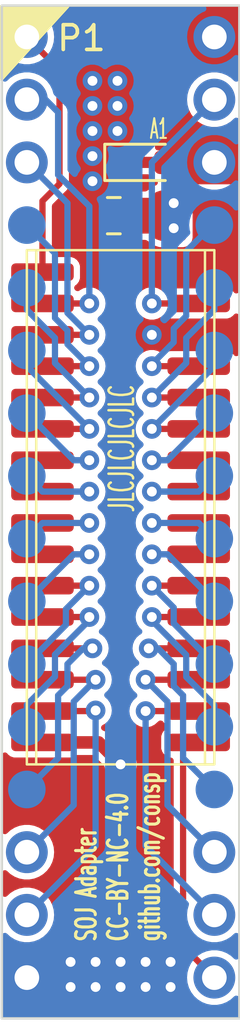
<source format=kicad_pcb>
(kicad_pcb (version 20221018) (generator pcbnew)
  (layers (0 "F.Cu" signal) (1 "In1.Cu" signal) (2 "In2.Cu" signal) (31 "B.Cu" signal) (34 "B.Paste" user) (35 "F.Paste" user) (36 "B.SilkS" user "B.Silkscreen") (37 "F.SilkS" user "F.Silkscreen") (38 "B.Mask" user) (39 "F.Mask" user) (44 "Edge.Cuts" user))
  (net 0 "")
  (net 1 "GND")
  (net 2 "Net-(J1-A17)")
  (net 3 "Net-(J1-A16)")
  (net 4 "Net-(J1-A14)")
  (net 5 "Net-(J1-A12)")
  (net 6 "Net-(J1-A7)")
  (net 7 "Net-(J1-A6)")
  (net 8 "Net-(J1-A5)")
  (net 9 "Net-(J1-A4)")
  (net 10 "Net-(J1-A3)")
  (net 11 "Net-(J1-A2)")
  (net 12 "Net-(J1-A1)")
  (net 13 "Net-(J1-A0)")
  (net 14 "Net-(J1-I{slash}O0)")
  (net 15 "Net-(J1-I{slash}O1)")
  (net 16 "Net-(J1-I{slash}O2)")
  (net 17 "Net-(J1-I{slash}O3)")
  (net 18 "Net-(J1-I{slash}O4)")
  (net 19 "Net-(J1-I{slash}O5)")
  (net 20 "Net-(J1-I{slash}O6)")
  (net 21 "Net-(J1-I{slash}O7)")
  (net 22 "Net-(J1-~{CE1})")
  (net 23 "Net-(J1-A10)")
  (net 24 "VCC")
  (net 25 "Net-(J1-A11)")
  (net 26 "Net-(J1-A9)")
  (net 27 "Net-(J1-A8)")
  (net 28 "Net-(J1-A13)")
  (net 29 "Net-(J1-A15)")
  (net 30 "+5V")
  (net 31 "Net-(J1-~{OE})")
  (net 32 "Net-(J1-~{WE})")
  (footprint "Capacitor_SMD:C_0805_2012Metric_Pad1.18x1.45mm_HandSolder" (layer "F.Cu") (at 107.8015 83.693)
    (fp_text reference "C1" hide)
    (fp_text value "10nF")
    (fp_line (start -0.261252 -0.735) (end 0.261252 -0.735) (stroke (width 0.12)) (layer "F.SilkS"))
    (fp_line (start -0.261252 0.735) (end 0.261252 0.735) (stroke (width 0.12)) (layer "F.SilkS"))
    (pad "1" smd roundrect (at -1.0375 0) (size 1.175 1.45) (layers "F.Cu" "F.Paste" "F.Mask") (roundrect_rratio 0.2127659574) (net 24 "VCC"))
    (pad "2" smd roundrect (at 1.0375 0) (size 1.175 1.45) (layers "F.Cu" "F.Paste" "F.Mask") (roundrect_rratio 0.2127659574) (net 1 "GND"))
  )
  (footprint "soj32:SOJ-32" (layer "F.Cu") (at 108.077 108.204)
    (fp_text reference "J1" hide)
    (fp_text value "628128_SRAM_PDIP" hide)
    (fp_line (start -3.81 -23.114) (end -3.81 -22.86) (stroke (width 0.1)) (layer "F.SilkS"))
    (fp_line (start -3.81 -2.54) (end -3.81 -22.86) (stroke (width 0.1)) (layer "F.SilkS"))
    (fp_line (start -3.81 -2.54) (end -3.81 -2.286) (stroke (width 0.1)) (layer "F.SilkS"))
    (fp_line (start -3.81 -2.286) (end 3.81 -2.286) (stroke (width 0.1)) (layer "F.SilkS"))
    (fp_line (start -3.429 -22.225) (end -3.429 -23.114) (stroke (width 0.1)) (layer "F.SilkS"))
    (fp_line (start -3.429 -2.286) (end -3.429 -22.225) (stroke (width 0.1)) (layer "F.SilkS"))
    (fp_line (start 3.429 -22.225) (end 3.429 -23.114) (stroke (width 0.1)) (layer "F.SilkS"))
    (fp_line (start 3.429 -22.225) (end 3.429 -2.286) (stroke (width 0.1)) (layer "F.SilkS"))
    (fp_line (start 3.81 -23.114) (end -3.81 -23.114) (stroke (width 0.1)) (layer "F.SilkS"))
    (fp_line (start 3.81 -22.86) (end 3.81 -23.114) (stroke (width 0.1)) (layer "F.SilkS"))
    (fp_line (start 3.81 -22.86) (end 3.81 -2.54) (stroke (width 0.1)) (layer "F.SilkS"))
    (fp_line (start 3.81 -2.286) (end 3.81 -2.54) (stroke (width 0.1)) (layer "F.SilkS"))
    (pad "1" smd roundrect (at -3.175 -22.225) (size 2.54 0.7112) (layers "F.Cu" "F.Paste" "F.Mask") (net 2 "Net-(J1-A17)"))
    (pad "2" smd roundrect (at -3.175 -20.955) (size 2.54 0.7112) (layers "F.Cu" "F.Paste" "F.Mask") (net 3 "Net-(J1-A16)"))
    (pad "3" smd roundrect (at -3.175 -19.685) (size 2.54 0.7112) (layers "F.Cu" "F.Paste" "F.Mask") (net 4 "Net-(J1-A14)"))
    (pad "4" smd roundrect (at -3.175 -18.415) (size 2.54 0.7112) (layers "F.Cu" "F.Paste" "F.Mask") (net 5 "Net-(J1-A12)"))
    (pad "5" smd roundrect (at -3.175 -17.145) (size 2.54 0.7112) (layers "F.Cu" "F.Paste" "F.Mask") (net 6 "Net-(J1-A7)"))
    (pad "6" smd roundrect (at -3.175 -15.875) (size 2.54 0.7112) (layers "F.Cu" "F.Paste" "F.Mask") (net 7 "Net-(J1-A6)"))
    (pad "7" smd roundrect (at -3.175 -14.605) (size 2.54 0.7112) (layers "F.Cu" "F.Paste" "F.Mask") (net 8 "Net-(J1-A5)"))
    (pad "8" smd roundrect (at -3.175 -13.335) (size 2.54 0.7112) (layers "F.Cu" "F.Paste" "F.Mask") (net 9 "Net-(J1-A4)"))
    (pad "9" smd roundrect (at -3.175 -12.065) (size 2.54 0.7112) (layers "F.Cu" "F.Paste" "F.Mask") (net 10 "Net-(J1-A3)"))
    (pad "10" smd roundrect (at -3.175 -10.795) (size 2.54 0.7112) (layers "F.Cu" "F.Paste" "F.Mask") (net 11 "Net-(J1-A2)"))
    (pad "11" smd roundrect (at -3.175 -9.525) (size 2.54 0.7112) (layers "F.Cu" "F.Paste" "F.Mask") (net 12 "Net-(J1-A1)"))
    (pad "12" smd roundrect (at -3.175 -8.255) (size 2.54 0.7112) (layers "F.Cu" "F.Paste" "F.Mask") (net 13 "Net-(J1-A0)"))
    (pad "13" smd roundrect (at -3.175 -6.985) (size 2.54 0.7112) (layers "F.Cu" "F.Paste" "F.Mask") (net 14 "Net-(J1-I{slash}O0)"))
    (pad "14" smd roundrect (at -3.175 -5.715) (size 2.54 0.7112) (layers "F.Cu" "F.Paste" "F.Mask") (net 15 "Net-(J1-I{slash}O1)"))
    (pad "15" smd roundrect (at -3.175 -4.445) (size 2.54 0.7112) (layers "F.Cu" "F.Paste" "F.Mask") (net 16 "Net-(J1-I{slash}O2)"))
    (pad "16" smd roundrect (at -3.175 -3.175) (size 2.54 0.7112) (layers "F.Cu" "F.Paste" "F.Mask") (net 1 "GND"))
    (pad "17" smd roundrect (at 3.175 -3.175) (size 2.54 0.7112) (layers "F.Cu" "F.Paste" "F.Mask") (net 17 "Net-(J1-I{slash}O3)"))
    (pad "18" smd roundrect (at 3.175 -4.445) (size 2.54 0.7112) (layers "F.Cu" "F.Paste" "F.Mask") (net 18 "Net-(J1-I{slash}O4)"))
    (pad "19" smd roundrect (at 3.175 -5.715) (size 2.54 0.7112) (layers "F.Cu" "F.Paste" "F.Mask") (net 19 "Net-(J1-I{slash}O5)"))
    (pad "20" smd roundrect (at 3.175 -6.985) (size 2.54 0.7112) (layers "F.Cu" "F.Paste" "F.Mask") (net 20 "Net-(J1-I{slash}O6)"))
    (pad "21" smd roundrect (at 3.175 -8.255) (size 2.54 0.7112) (layers "F.Cu" "F.Paste" "F.Mask") (net 21 "Net-(J1-I{slash}O7)"))
    (pad "22" smd roundrect (at 3.175 -9.525) (size 2.54 0.7112) (layers "F.Cu" "F.Paste" "F.Mask") (net 22 "Net-(J1-~{CE1})"))
    (pad "23" smd roundrect (at 3.175 -10.795) (size 2.54 0.7112) (layers "F.Cu" "F.Paste" "F.Mask") (net 23 "Net-(J1-A10)"))
    (pad "24" smd roundrect (at 3.175 -12.065) (size 2.54 0.7112) (layers "F.Cu" "F.Paste" "F.Mask") (net 31 "Net-(J1-~{OE})"))
    (pad "25" smd roundrect (at 3.175 -13.335) (size 2.54 0.7112) (layers "F.Cu" "F.Paste" "F.Mask") (net 25 "Net-(J1-A11)"))
    (pad "26" smd roundrect (at 3.175 -14.605) (size 2.54 0.7112) (layers "F.Cu" "F.Paste" "F.Mask") (net 26 "Net-(J1-A9)"))
    (pad "27" smd roundrect (at 3.175 -15.875) (size 2.54 0.7112) (layers "F.Cu" "F.Paste" "F.Mask") (net 27 "Net-(J1-A8)"))
    (pad "28" smd roundrect (at 3.175 -17.145) (size 2.54 0.7112) (layers "F.Cu" "F.Paste" "F.Mask") (net 28 "Net-(J1-A13)"))
    (pad "29" smd roundrect (at 3.175 -18.415) (size 2.54 0.7112) (layers "F.Cu" "F.Paste" "F.Mask") (net 32 "Net-(J1-~{WE})"))
    (pad "30" smd roundrect (at 3.175 -19.685) (size 2.54 0.7112) (layers "F.Cu" "F.Paste" "F.Mask") (net 24 "VCC"))
    (pad "31" smd roundrect (at 3.175 -20.955) (size 2.54 0.7112) (layers "F.Cu" "F.Paste" "F.Mask") (net 29 "Net-(J1-A15)"))
    (pad "32" smd roundrect (at 3.175 -22.225) (size 2.54 0.7112) (layers "F.Cu" "F.Paste" "F.Mask") (net 24 "VCC"))
  )
  (footprint "Diode_SMD:D_0603_1608Metric_Pad1.05x0.95mm_HandSolder" (layer "F.Cu") (at 109.093 81.534)
    (fp_text reference "D3" hide)
    (fp_text value "D")
    (fp_line (start -1.66 -0.735) (end -1.66 0.735) (stroke (width 0.12)) (layer "F.SilkS"))
    (fp_line (start -1.66 0.735) (end 0.8 0.735) (stroke (width 0.12)) (layer "F.SilkS"))
    (fp_line (start 0.8 -0.735) (end -1.66 -0.735) (stroke (width 0.12)) (layer "F.SilkS"))
    (pad "1" smd roundrect (at -0.875 0) (size 1.05 0.95) (layers "F.Cu" "F.Paste" "F.Mask") (net 24 "VCC"))
    (pad "2" smd roundrect (at 0.875 0) (size 1.05 0.95) (layers "F.Cu" "F.Paste" "F.Mask") (net 30 "+5V"))
  )
  (footprint "soj32:PDIP-32-Special" (layer "F.Cu") (at 108.077 116.205)
    (fp_text reference "J2" hide)
    (fp_text value "628128_SRAM_PDIP" hide)
    (pad "1" thru_hole circle (at -3.81 -39.751) (size 1.7 1.7) (drill 1) (layers "*.Cu" "*.Mask") (net 2 "Net-(J1-A17)"))
    (pad "2" thru_hole circle (at -3.81 -37.211) (size 1.7 1.7) (drill 1) (layers "*.Cu" "*.Mask") (net 3 "Net-(J1-A16)"))
    (pad "3" thru_hole circle (at -3.81 -34.671) (size 1.7 1.7) (drill 1) (layers "*.Cu" "*.Mask") (net 4 "Net-(J1-A14)"))
    (pad "4" smd circle (at -3.81 -32.131) (size 1.524 1.524) (layers "B.Cu" "B.Paste" "B.Mask") (net 5 "Net-(J1-A12)"))
    (pad "5" smd circle (at -3.81 -29.591) (size 1.524 1.524) (layers "B.Cu" "B.Paste" "B.Mask") (net 6 "Net-(J1-A7)"))
    (pad "6" smd circle (at -3.81 -27.051) (size 1.524 1.524) (layers "B.Cu" "B.Paste" "B.Mask") (net 7 "Net-(J1-A6)"))
    (pad "7" smd circle (at -3.81 -24.511) (size 1.524 1.524) (layers "B.Cu" "B.Paste" "B.Mask") (net 8 "Net-(J1-A5)"))
    (pad "8" smd circle (at -3.81 -21.971) (size 1.524 1.524) (layers "B.Cu" "B.Paste" "B.Mask") (net 9 "Net-(J1-A4)"))
    (pad "9" smd circle (at -3.81 -19.431) (size 1.524 1.524) (layers "B.Cu" "B.Paste" "B.Mask") (net 10 "Net-(J1-A3)"))
    (pad "10" smd circle (at -3.81 -16.891) (size 1.524 1.524) (layers "B.Cu" "B.Paste" "B.Mask") (net 11 "Net-(J1-A2)"))
    (pad "11" smd circle (at -3.81 -14.351) (size 1.524 1.524) (layers "B.Cu" "B.Paste" "B.Mask") (net 12 "Net-(J1-A1)"))
    (pad "12" smd circle (at -3.81 -11.811) (size 1.524 1.524) (layers "B.Cu" "B.Paste" "B.Mask") (net 13 "Net-(J1-A0)"))
    (pad "13" smd circle (at -3.81 -9.271) (size 1.524 1.524) (layers "B.Cu" "B.Paste" "B.Mask") (net 14 "Net-(J1-I{slash}O0)"))
    (pad "14" thru_hole circle (at -3.81 -6.731) (size 1.7 1.7) (drill 1) (layers "*.Cu" "*.Mask") (net 15 "Net-(J1-I{slash}O1)"))
    (pad "15" thru_hole circle (at -3.81 -4.191) (size 1.7 1.7) (drill 1) (layers "*.Cu" "*.Mask") (net 16 "Net-(J1-I{slash}O2)"))
    (pad "16" thru_hole circle (at -3.81 -1.651) (size 1.7 1.7) (drill 1) (layers "*.Cu" "*.Mask") (net 1 "GND"))
    (pad "17" thru_hole circle (at 3.81 -1.651) (size 1.7 1.7) (drill 1) (layers "*.Cu" "*.Mask") (net 17 "Net-(J1-I{slash}O3)"))
    (pad "18" thru_hole circle (at 3.81 -4.191) (size 1.7 1.7) (drill 1) (layers "*.Cu" "*.Mask") (net 18 "Net-(J1-I{slash}O4)"))
    (pad "19" thru_hole circle (at 3.81 -6.731) (size 1.7 1.7) (drill 1) (layers "*.Cu" "*.Mask") (net 19 "Net-(J1-I{slash}O5)"))
    (pad "20" smd circle (at 3.81 -9.271) (size 1.524 1.524) (layers "B.Cu" "B.Paste" "B.Mask") (net 20 "Net-(J1-I{slash}O6)"))
    (pad "21" smd circle (at 3.81 -11.811) (size 1.524 1.524) (layers "B.Cu" "B.Paste" "B.Mask") (net 21 "Net-(J1-I{slash}O7)"))
    (pad "22" smd circle (at 3.81 -14.351) (size 1.524 1.524) (layers "B.Cu" "B.Paste" "B.Mask") (net 22 "Net-(J1-~{CE1})"))
    (pad "23" smd circle (at 3.81 -16.891) (size 1.524 1.524) (layers "B.Cu" "B.Paste" "B.Mask") (net 23 "Net-(J1-A10)"))
    (pad "24" smd circle (at 3.81 -19.431) (size 1.524 1.524) (layers "B.Cu" "B.Paste" "B.Mask") (net 31 "Net-(J1-~{OE})"))
    (pad "25" smd circle (at 3.81 -21.971) (size 1.524 1.524) (layers "B.Cu" "B.Paste" "B.Mask") (net 25 "Net-(J1-A11)"))
    (pad "26" smd circle (at 3.81 -24.511) (size 1.524 1.524) (layers "B.Cu" "B.Paste" "B.Mask") (net 26 "Net-(J1-A9)"))
    (pad "27" smd circle (at 3.81 -27.051) (size 1.524 1.524) (layers "B.Cu" "B.Paste" "B.Mask") (net 27 "Net-(J1-A8)"))
    (pad "28" smd circle (at 3.81 -29.591) (size 1.524 1.524) (layers "B.Cu" "B.Paste" "B.Mask") (net 28 "Net-(J1-A13)"))
    (pad "29" smd circle (at 3.81 -32.131) (size 1.524 1.524) (layers "B.Cu" "B.Paste" "B.Mask") (net 32 "Net-(J1-~{WE})"))
    (pad "30" thru_hole circle (at 3.81 -34.671) (size 1.7 1.7) (drill 1) (layers "*.Cu" "*.Mask") (net 30 "+5V"))
    (pad "31" thru_hole circle (at 3.81 -37.211) (size 1.7 1.7) (drill 1) (layers "*.Cu" "*.Mask") (net 29 "Net-(J1-A15)"))
    (pad "32" thru_hole circle (at 3.81 -39.751) (size 1.7 1.7) (drill 1) (layers "*.Cu" "*.Mask") (net 30 "+5V"))
  )
  (gr_line (start 108.585 81.407) (end 109.601 81.407) (stroke (width 0.2)) (layer "F.Cu"))
  (gr_line (start 108.458 81.534) (end 109.855 81.534) (stroke (width 0.2)) (layer "F.Cu"))
  (gr_line (start 108.712 81.661) (end 109.474 81.661) (stroke (width 0.2)) (layer "F.Cu"))
  (gr_poly (pts (xy 103.251 75.216339) (xy 103.251 78.137339) (xy 105.918 75.216339)) (stroke (width 0.15)) (fill solid) (layer "F.SilkS"))
  (gr_rect (start 103.251 75.184) (end 112.903 116.205) (stroke (width 0.1)) (fill none) (layer "Edge.Cuts"))
  (gr_text "A1" (at 109.22 80.645) (layer "F.SilkS") (effects (font (size 0.8 0.4) (thickness 0.08) bold) (justify left bottom)))
  (gr_text "P1" (at 105.41 77.089) (layer "F.SilkS") (effects (font (size 1 1)) (justify left bottom)))
  (gr_text "JLCJLCJLCJLC" (at 108.712 95.758 90) (layer "F.SilkS") (effects (font (size 1 0.5) (thickness 0.1) bold) (justify left bottom)))
  (gr_text "SOJ Adapter\nCC-BY-NC-4.0\ngithub.com/consp\n" (at 109.728 113.157 90) (layer "F.SilkS") (effects (font (size 0.8 0.5) (thickness 0.125)) (justify left bottom)))
  (segment (start 107.188 105.029) (end 108.077 105.918) (width 0.508) (layer "F.Cu") (net 1))
  (segment (start 104.902 105.029) (end 107.188 105.029) (width 0.508) (layer "F.Cu") (net 1))
  (via (at 110.236 83.185) (size 0.8) (drill 0.4) (layers "F.Cu" "B.Cu") (net 1))
  (via (at 110.109 114.935) (size 0.8) (drill 0.4) (layers "F.Cu" "B.Cu") (net 1))
  (via (at 108.077 114.935) (size 0.8) (drill 0.4) (layers "F.Cu" "B.Cu") (net 1))
  (via (at 108.077 113.919) (size 0.8) (drill 0.4) (layers "F.Cu" "B.Cu") (net 1))
  (via (at 109.093 113.919) (size 0.8) (drill 0.4) (layers "F.Cu" "B.Cu") (net 1))
  (via (at 110.236 84.201) (size 0.8) (drill 0.4) (layers "F.Cu" "B.Cu") (net 1))
  (via (at 106.045 114.935) (size 0.8) (drill 0.4) (layers "F.Cu" "B.Cu") (net 1))
  (via (at 108.077 105.918) (size 0.8) (drill 0.4) (layers "F.Cu" "B.Cu") (net 1))
  (via (at 107.061 113.919) (size 0.8) (drill 0.4) (layers "F.Cu" "B.Cu") (net 1))
  (via (at 106.045 113.919) (size 0.8) (drill 0.4) (layers "F.Cu" "B.Cu") (net 1))
  (via (at 110.109 113.919) (size 0.8) (drill 0.4) (layers "F.Cu" "B.Cu") (net 1))
  (via (at 107.061 114.935) (size 0.8) (drill 0.4) (layers "F.Cu" "B.Cu") (net 1))
  (via (at 109.093 114.935) (size 0.8) (drill 0.4) (layers "F.Cu" "B.Cu") (net 1))
  (segment (start 105.594706 82.4045) (end 104.902 83.097206) (width 0.254) (layer "F.Cu") (net 2))
  (segment (start 104.267 76.454) (end 105.594706 77.781706) (width 0.254) (layer "F.Cu") (net 2))
  (segment (start 104.902 83.097206) (end 104.902 85.979) (width 0.254) (layer "F.Cu") (net 2))
  (segment (start 105.594706 77.781706) (end 105.594706 82.4045) (width 0.254) (layer "F.Cu") (net 2))
  (segment (start 104.902 87.249) (end 106.807 87.249) (width 0.254) (layer "F.Cu") (net 3))
  (via (at 106.807 87.249) (size 0.8) (drill 0.4) (layers "F.Cu" "B.Cu") (net 3))
  (segment (start 105.537 82.042) (end 106.807 83.312) (width 0.254) (layer "B.Cu") (net 3))
  (segment (start 104.267 78.994) (end 105.029 78.994) (width 0.254) (layer "B.Cu") (net 3))
  (segment (start 106.807 83.312) (end 106.807 87.249) (width 0.254) (layer "B.Cu") (net 3))
  (segment (start 105.029 78.994) (end 105.537 79.502) (width 0.254) (layer "B.Cu") (net 3))
  (segment (start 105.537 79.502) (end 105.537 82.042) (width 0.254) (layer "B.Cu") (net 3))
  (segment (start 104.902 88.519) (end 106.807 88.519) (width 0.254) (layer "F.Cu") (net 4))
  (via (at 106.807 88.519) (size 0.8) (drill 0.4) (layers "F.Cu" "B.Cu") (net 4))
  (segment (start 105.918 87.63) (end 105.918 83.185) (width 0.254) (layer "B.Cu") (net 4))
  (segment (start 106.807 88.519) (end 105.918 87.63) (width 0.254) (layer "B.Cu") (net 4))
  (segment (start 105.918 83.185) (end 104.267 81.534) (width 0.254) (layer "B.Cu") (net 4))
  (segment (start 104.902 89.789) (end 106.807 89.789) (width 0.254) (layer "F.Cu") (net 5))
  (via (at 106.807 89.789) (size 0.8) (drill 0.4) (layers "F.Cu" "B.Cu") (net 5))
  (segment (start 105.41 85.217) (end 104.267 84.074) (width 0.25) (layer "B.Cu") (net 5))
  (segment (start 106.809499 89.791499) (end 105.918 88.9) (width 0.25) (layer "B.Cu") (net 5))
  (segment (start 105.918 88.344886) (end 105.41 87.836886) (width 0.25) (layer "B.Cu") (net 5))
  (segment (start 105.41 87.836886) (end 105.41 85.217) (width 0.25) (layer "B.Cu") (net 5))
  (segment (start 105.918 88.9) (end 105.918 88.344886) (width 0.25) (layer "B.Cu") (net 5))
  (segment (start 104.902 91.059) (end 106.807 91.059) (width 0.254) (layer "F.Cu") (net 6))
  (via (at 106.807 91.059) (size 0.8) (drill 0.4) (layers "F.Cu" "B.Cu") (net 6))
  (segment (start 105.41 89.662) (end 105.41 88.646) (width 0.254) (layer "B.Cu") (net 6))
  (segment (start 104.267 87.503) (end 104.267 86.614) (width 0.254) (layer "B.Cu") (net 6))
  (segment (start 106.807 91.059) (end 105.41 89.662) (width 0.254) (layer "B.Cu") (net 6))
  (segment (start 105.41 88.646) (end 104.267 87.503) (width 0.254) (layer "B.Cu") (net 6))
  (segment (start 104.902 92.329) (end 106.807 92.329) (width 0.254) (layer "F.Cu") (net 7))
  (via (at 106.807 92.329) (size 0.8) (drill 0.4) (layers "F.Cu" "B.Cu") (net 7))
  (segment (start 106.807 92.329) (end 104.267 89.789) (width 0.254) (layer "B.Cu") (net 7))
  (segment (start 104.267 89.789) (end 104.267 89.154) (width 0.254) (layer "B.Cu") (net 7))
  (segment (start 104.902 93.599) (end 106.807 93.599) (width 0.254) (layer "F.Cu") (net 8))
  (via (at 106.807 93.599) (size 0.8) (drill 0.4) (layers "F.Cu" "B.Cu") (net 8))
  (segment (start 106.172 93.599) (end 104.267 91.694) (width 0.254) (layer "B.Cu") (net 8))
  (segment (start 106.807 93.599) (end 106.172 93.599) (width 0.254) (layer "B.Cu") (net 8))
  (segment (start 104.902 94.869) (end 106.807 94.869) (width 0.254) (layer "F.Cu") (net 9))
  (via (at 106.807 94.869) (size 0.8) (drill 0.4) (layers "F.Cu" "B.Cu") (net 9))
  (segment (start 106.807 94.869) (end 104.902 94.869) (width 0.254) (layer "B.Cu") (net 9))
  (segment (start 104.902 94.869) (end 104.267 94.234) (width 0.254) (layer "B.Cu") (net 9))
  (segment (start 104.902 96.139) (end 106.807 96.139) (width 0.254) (layer "F.Cu") (net 10))
  (via (at 106.807 96.139) (size 0.8) (drill 0.4) (layers "F.Cu" "B.Cu") (net 10))
  (segment (start 104.902 96.139) (end 104.267 96.774) (width 0.25) (layer "B.Cu") (net 10))
  (segment (start 106.807 96.139) (end 104.902 96.139) (width 0.25) (layer "B.Cu") (net 10))
  (segment (start 104.902 97.409) (end 106.807 97.409) (width 0.254) (layer "F.Cu") (net 11))
  (via (at 106.807 97.409) (size 0.8) (drill 0.4) (layers "F.Cu" "B.Cu") (net 11))
  (segment (start 106.172 97.409) (end 106.807 97.409) (width 0.254) (layer "B.Cu") (net 11))
  (segment (start 104.267 99.314) (end 106.172 97.409) (width 0.254) (layer "B.Cu") (net 11))
  (segment (start 104.902 98.679) (end 106.807 98.679) (width 0.254) (layer "F.Cu") (net 12))
  (via (at 106.807 98.679) (size 0.8) (drill 0.4) (layers "F.Cu" "B.Cu") (net 12))
  (segment (start 105.8545 99.6315) (end 105.8545 100.2665) (width 0.254) (layer "B.Cu") (net 12))
  (segment (start 106.7435 98.7425) (end 105.8545 99.6315) (width 0.254) (layer "B.Cu") (net 12))
  (segment (start 105.8545 100.2665) (end 104.2035 101.9175) (width 0.254) (layer "B.Cu") (net 12))
  (segment (start 104.902 99.949) (end 106.807 99.949) (width 0.254) (layer "F.Cu") (net 13))
  (via (at 106.807 99.949) (size 0.8) (drill 0.4) (layers "F.Cu" "B.Cu") (net 13))
  (segment (start 104.267 103.505) (end 104.267 104.394) (width 0.254) (layer "B.Cu") (net 13))
  (segment (start 105.41 102.362) (end 104.267 103.505) (width 0.254) (layer "B.Cu") (net 13))
  (segment (start 105.41 101.473) (end 105.41 102.362) (width 0.254) (layer "B.Cu") (net 13))
  (segment (start 106.807 100.076) (end 105.41 101.473) (width 0.254) (layer "B.Cu") (net 13))
  (segment (start 104.902 101.219) (end 106.807 101.219) (width 0.254) (layer "F.Cu") (net 14))
  (via (at 106.934 101.219) (size 0.8) (drill 0.4) (layers "F.Cu" "B.Cu") (net 14))
  (segment (start 105.918 101.854) (end 106.553 101.219) (width 0.254) (layer "B.Cu") (net 14))
  (segment (start 105.918 102.743) (end 105.918 101.854) (width 0.254) (layer "B.Cu") (net 14))
  (segment (start 106.934 101.219) (end 106.553 101.219) (width 0.254) (layer "B.Cu") (net 14))
  (segment (start 105.537 105.664) (end 105.537 103.124) (width 0.254) (layer "B.Cu") (net 14))
  (segment (start 104.267 106.934) (end 105.537 105.664) (width 0.254) (layer "B.Cu") (net 14))
  (segment (start 105.537 103.124) (end 105.918 102.743) (width 0.254) (layer "B.Cu") (net 14))
  (segment (start 104.902 102.489) (end 106.807 102.489) (width 0.254) (layer "F.Cu") (net 15))
  (via (at 107.061 102.489) (size 0.8) (drill 0.4) (layers "F.Cu" "B.Cu") (net 15))
  (segment (start 106.172 107.569) (end 106.172 103.378) (width 0.254) (layer "B.Cu") (net 15))
  (segment (start 106.172 103.378) (end 107.061 102.489) (width 0.254) (layer "B.Cu") (net 15))
  (segment (start 104.267 109.474) (end 106.172 107.569) (width 0.254) (layer "B.Cu") (net 15))
  (segment (start 104.902 103.759) (end 107.315 103.759) (width 0.254) (layer "F.Cu") (net 16))
  (via (at 107.061 103.7336) (size 0.8) (drill 0.4) (layers "F.Cu" "B.Cu") (net 16))
  (segment (start 107.061 103.759) (end 107.061 109.22) (width 0.254) (layer "B.Cu") (net 16))
  (segment (start 107.061 109.22) (end 104.267 112.014) (width 0.254) (layer "B.Cu") (net 16))
  (segment (start 111.887 114.554) (end 110.617 113.284) (width 0.254) (layer "F.Cu") (net 17))
  (segment (start 111.252 105.029) (end 110.744 105.029) (width 0.254) (layer "F.Cu") (net 17))
  (segment (start 110.617 113.284) (end 110.617 105.156) (width 0.254) (layer "F.Cu") (net 17))
  (segment (start 109.093 103.759) (end 111.252 103.759) (width 0.254) (layer "F.Cu") (net 18))
  (via (at 109.093 103.759) (size 0.8) (drill 0.4) (layers "F.Cu" "B.Cu") (net 18))
  (segment (start 109.093 103.759) (end 109.093 109.22) (width 0.254) (layer "B.Cu") (net 18))
  (segment (start 109.093 109.22) (end 111.887 112.014) (width 0.254) (layer "B.Cu") (net 18))
  (segment (start 111.252 102.489) (end 109.201999 102.489) (width 0.254) (layer "F.Cu") (net 19))
  (via (at 109.093 102.489) (size 0.8) (drill 0.4) (layers "F.Cu" "B.Cu") (net 19))
  (segment (start 111.887 109.474) (end 109.982 107.569) (width 0.254) (layer "B.Cu") (net 19))
  (segment (start 109.982 107.569) (end 109.982 103.378) (width 0.254) (layer "B.Cu") (net 19))
  (segment (start 109.982 103.378) (end 109.093 102.489) (width 0.254) (layer "B.Cu") (net 19))
  (segment (start 111.252 101.219) (end 109.347 101.219) (width 0.254) (layer "F.Cu") (net 20))
  (via (at 109.22 101.219) (size 0.8) (drill 0.4) (layers "F.Cu" "B.Cu") (net 20))
  (segment (start 110.617 105.664) (end 110.617 103.124) (width 0.254) (layer "B.Cu") (net 20))
  (segment (start 110.236 102.743) (end 110.236 101.854) (width 0.254) (layer "B.Cu") (net 20))
  (segment (start 110.617 103.124) (end 110.236 102.743) (width 0.254) (layer "B.Cu") (net 20))
  (segment (start 111.887 106.934) (end 110.617 105.664) (width 0.254) (layer "B.Cu") (net 20))
  (segment (start 109.22 101.219) (end 109.601 101.219) (width 0.254) (layer "B.Cu") (net 20))
  (segment (start 110.236 101.854) (end 109.601 101.219) (width 0.254) (layer "B.Cu") (net 20))
  (segment (start 111.252 99.949) (end 109.347 99.949) (width 0.254) (layer "F.Cu") (net 21))
  (via (at 109.347 99.949) (size 0.8) (drill 0.4) (layers "F.Cu" "B.Cu") (net 21))
  (segment (start 110.744 102.3747) (end 111.887 103.5177) (width 0.254) (layer "B.Cu") (net 21))
  (segment (start 110.744 101.4857) (end 110.744 102.3747) (width 0.254) (layer "B.Cu") (net 21))
  (segment (start 111.887 103.5177) (end 111.887 104.1908) (width 0.254) (layer "B.Cu") (net 21))
  (segment (start 111.887 104.1908) (end 111.887 104.4067) (width 0.254) (layer "B.Cu") (net 21))
  (segment (start 111.887 104.394) (end 111.887 104.1908) (width 0.254) (layer "B.Cu") (net 21))
  (segment (start 109.347 100.031714) (end 109.347 99.949) (width 0.254) (layer "B.Cu") (net 21))
  (segment (start 109.347 100.0887) (end 110.744 101.4857) (width 0.254) (layer "B.Cu") (net 21))
  (segment (start 111.252 98.679) (end 109.347 98.679) (width 0.254) (layer "F.Cu") (net 22))
  (via (at 109.347 98.679) (size 0.8) (drill 0.4) (layers "F.Cu" "B.Cu") (net 22))
  (segment (start 110.236 100.203) (end 111.887 101.854) (width 0.254) (layer "B.Cu") (net 22))
  (segment (start 110.236 99.568) (end 110.236 100.203) (width 0.254) (layer "B.Cu") (net 22))
  (segment (start 109.347 98.679) (end 110.236 99.568) (width 0.254) (layer "B.Cu") (net 22))
  (segment (start 111.252 97.409) (end 109.347 97.409) (width 0.254) (layer "F.Cu") (net 23))
  (via (at 109.347 97.409) (size 0.8) (drill 0.4) (layers "F.Cu" "B.Cu") (net 23))
  (segment (start 109.982 97.409) (end 109.347 97.409) (width 0.254) (layer "B.Cu") (net 23))
  (segment (start 111.887 99.314) (end 109.982 97.409) (width 0.254) (layer "B.Cu") (net 23))
  (segment (start 109.474 88.519) (end 111.252 88.519) (width 0.508) (layer "F.Cu") (net 24))
  (via (at 106.934 80.264) (size 0.8) (drill 0.4) (layers "F.Cu" "B.Cu") (net 24))
  (via (at 107.95 78.232) (size 0.8) (drill 0.4) (layers "F.Cu" "B.Cu") (net 24))
  (via (at 107.95 80.264) (size 0.8) (drill 0.4) (layers "F.Cu" "B.Cu") (net 24))
  (via (at 106.934 82.296) (size 0.8) (drill 0.4) (layers "F.Cu" "B.Cu") (net 24))
  (via (at 107.95 79.248) (size 0.8) (drill 0.4) (layers "F.Cu" "B.Cu") (net 24))
  (via (at 106.934 78.232) (size 0.8) (drill 0.4) (layers "F.Cu" "B.Cu") (net 24))
  (via (at 109.347 88.519) (size 0.8) (drill 0.4) (layers "F.Cu" "B.Cu") (net 24))
  (via (at 106.934 79.248) (size 0.8) (drill 0.4) (layers "F.Cu" "B.Cu") (net 24))
  (via (at 106.934 81.28) (size 0.8) (drill 0.4) (layers "F.Cu" "B.Cu") (net 24))
  (segment (start 111.252 94.869) (end 109.347 94.869) (width 0.254) (layer "F.Cu") (net 25))
  (via (at 109.347 94.869) (size 0.8) (drill 0.4) (layers "F.Cu" "B.Cu") (net 25))
  (segment (start 111.252 94.869) (end 111.887 94.234) (width 0.254) (layer "B.Cu") (net 25))
  (segment (start 109.347 94.869) (end 111.252 94.869) (width 0.254) (layer "B.Cu") (net 25))
  (segment (start 111.252 93.599) (end 109.347 93.599) (width 0.254) (layer "F.Cu") (net 26))
  (via (at 109.347 93.599) (size 0.8) (drill 0.4) (layers "F.Cu" "B.Cu") (net 26))
  (segment (start 109.982 93.599) (end 111.887 91.694) (width 0.254) (layer "B.Cu") (net 26))
  (segment (start 109.347 93.599) (end 109.982 93.599) (width 0.254) (layer "B.Cu") (net 26))
  (segment (start 111.252 92.329) (end 109.347 92.329) (width 0.254) (layer "F.Cu") (net 27))
  (via (at 109.347 92.329) (size 0.8) (drill 0.4) (layers "F.Cu" "B.Cu") (net 27))
  (segment (start 111.887 89.789) (end 111.887 89.154) (width 0.254) (layer "B.Cu") (net 27))
  (segment (start 109.347 92.329) (end 111.887 89.789) (width 0.254) (layer "B.Cu") (net 27))
  (segment (start 111.252 91.059) (end 109.347 91.059) (width 0.254) (layer "F.Cu") (net 28))
  (via (at 109.347 91.059) (size 0.8) (drill 0.4) (layers "F.Cu" "B.Cu") (net 28))
  (segment (start 110.744 88.646) (end 111.887 87.503) (width 0.254) (layer "B.Cu") (net 28))
  (segment (start 110.744 89.662) (end 110.744 88.646) (width 0.254) (layer "B.Cu") (net 28))
  (segment (start 109.347 91.059) (end 110.744 89.662) (width 0.254) (layer "B.Cu") (net 28))
  (segment (start 111.887 87.503) (end 111.887 86.614) (width 0.254) (layer "B.Cu") (net 28))
  (segment (start 109.474 87.249) (end 111.252 87.249) (width 0.254) (layer "F.Cu") (net 29))
  (via (at 109.347 87.249) (size 0.8) (drill 0.4) (layers "F.Cu" "B.Cu") (net 29))
  (segment (start 109.347 87.249) (end 109.347 81.534) (width 0.254) (layer "B.Cu") (net 29))
  (segment (start 109.347 81.534) (end 111.887 78.994) (width 0.254) (layer "B.Cu") (net 29))
  (segment (start 111.887 81.534) (end 111.887 81.153) (width 0.508) (layer "F.Cu") (net 30))
  (segment (start 109.968 81.534) (end 111.887 81.534) (width 0.508) (layer "F.Cu") (net 30))
  (segment (start 109.968 81.534) (end 109.968 78.373) (width 0.508) (layer "F.Cu") (net 30))
  (segment (start 109.968 78.373) (end 111.887 76.454) (width 0.508) (layer "F.Cu") (net 30))
  (segment (start 111.252 96.139) (end 109.347 96.139) (width 0.25) (layer "F.Cu") (net 31))
  (via (at 109.347 96.139) (size 0.8) (drill 0.4) (layers "F.Cu" "B.Cu") (net 31))
  (segment (start 111.252 96.139) (end 111.887 96.774) (width 0.25) (layer "B.Cu") (net 31))
  (segment (start 109.347 96.139) (end 111.252 96.139) (width 0.25) (layer "B.Cu") (net 31))
  (segment (start 111.252 89.789) (end 109.347 89.789) (width 0.25) (layer "F.Cu") (net 32))
  (via (at 109.347 89.789) (size 0.8) (drill 0.4) (layers "F.Cu" "B.Cu") (net 32))
  (segment (start 110.236 88.820114) (end 110.236 88.265) (width 0.25) (layer "B.Cu") (net 32))
  (segment (start 110.744 87.757) (end 110.744 85.137114) (width 0.25) (layer "B.Cu") (net 32))
  (segment (start 109.344501 89.711613) (end 110.236 88.820114) (width 0.25) (layer "B.Cu") (net 32))
  (segment (start 110.744 85.137114) (end 111.887 83.994114) (width 0.25) (layer "B.Cu") (net 32))
  (segment (start 110.236 88.265) (end 110.744 87.757) (width 0.25) (layer "B.Cu") (net 32))
  (zone (net 24) (net_name "VCC") (layer "F.Cu") (priority 2) (connect_pads yes (clearance 0.254)) (min_thickness 0.25) (fill yes (thermal_gap 0.5) (thermal_bridge_width 0.5))
    (polygon (pts (xy 103.251 116.205) (xy 112.903 116.205) (xy 112.903 75.184) (xy 103.251 75.184)))
  )
  (zone (net 1) (net_name "GND") (layer "F.Cu") (priority 5) (connect_pads yes (clearance 0.127)) (min_thickness 0.127) (fill yes (thermal_gap 0.5) (thermal_bridge_width 0.5) (smoothing chamfer) (radius 0.1))
    (polygon (pts (xy 109.093 83.058) (xy 109.601 82.677) (xy 110.744 82.677) (xy 110.744 83.693) (xy 110.744 84.328) (xy 110.744 84.709) (xy 109.601 84.709) (xy 109.093 84.328)))
  )
  (zone (net 30) (net_name "+5V") (layer "F.Cu") (priority 4) (connect_pads yes (clearance 0.254)) (min_thickness 0.25) (fill yes (thermal_gap 0.5) (thermal_bridge_width 0.5))
    (polygon (pts (xy 112.903 75.184) (xy 109.474 75.184) (xy 109.474 76.962) (xy 109.474 80.899) (xy 109.474 81.534) (xy 109.474 81.661) (xy 109.474 81.915) (xy 110.998 82.423) (xy 112.903 82.423)))
  )
  (zone (net 1) (net_name "GND") (layer "B.Cu") (priority 3) (connect_pads yes (clearance 0.254)) (min_thickness 0.25) (fill yes (thermal_gap 0.5) (thermal_bridge_width 0.5))
    (polygon (pts (xy 112.903 116.205) (xy 112.903 75.184) (xy 103.251 75.184) (xy 103.251 116.205)))
  )
)
</source>
